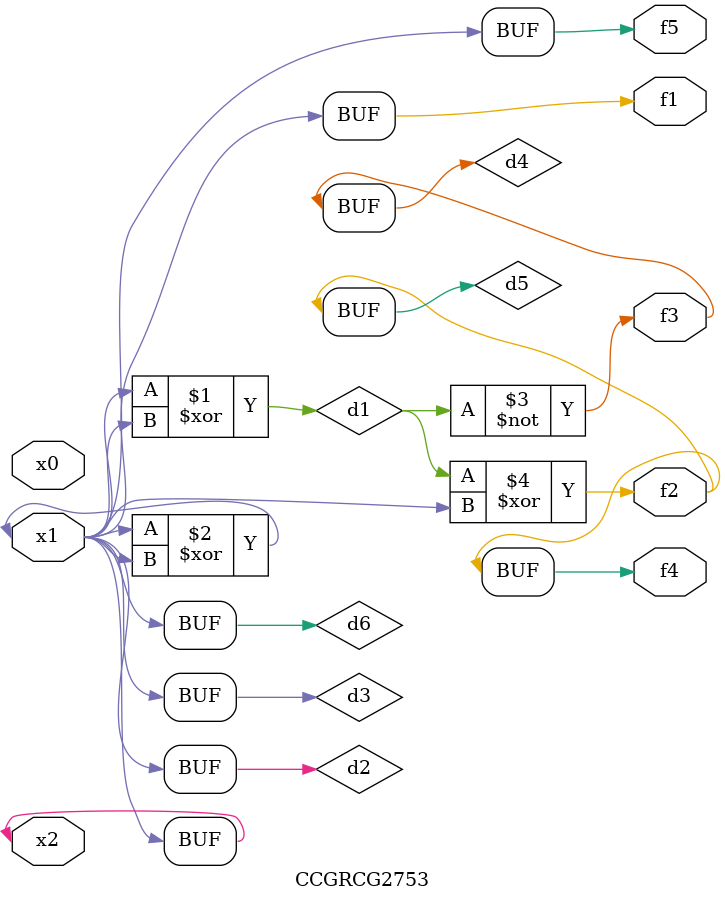
<source format=v>
module CCGRCG2753(
	input x0, x1, x2,
	output f1, f2, f3, f4, f5
);

	wire d1, d2, d3, d4, d5, d6;

	xor (d1, x1, x2);
	buf (d2, x1, x2);
	xor (d3, x1, x2);
	nor (d4, d1);
	xor (d5, d1, d2);
	buf (d6, d2, d3);
	assign f1 = d6;
	assign f2 = d5;
	assign f3 = d4;
	assign f4 = d5;
	assign f5 = d6;
endmodule

</source>
